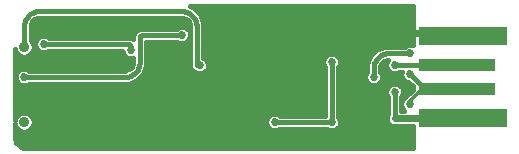
<source format=gbl>
G75*
%MOIN*%
%OFA0B0*%
%FSLAX24Y24*%
%IPPOS*%
%LPD*%
%AMOC8*
5,1,8,0,0,1.08239X$1,22.5*
%
%ADD10C,0.0350*%
%ADD11R,0.2953X0.0591*%
%ADD12R,0.2559X0.0394*%
%ADD13C,0.0160*%
%ADD14C,0.0270*%
%ADD15C,0.0240*%
%ADD16C,0.0120*%
D10*
X001130Y001680D03*
X001130Y004180D03*
D11*
X015759Y004558D03*
X015759Y001802D03*
D12*
X015562Y002786D03*
X015562Y003574D03*
D13*
X001180Y000820D02*
X001110Y000827D01*
X000980Y000881D01*
X000881Y000980D01*
X000827Y001110D01*
X000820Y001180D01*
X000820Y001605D01*
X000863Y001502D01*
X000952Y001413D01*
X001067Y001365D01*
X001193Y001365D01*
X001308Y001413D01*
X001397Y001502D01*
X001445Y001617D01*
X001445Y001743D01*
X001397Y001858D01*
X001308Y001947D01*
X001193Y001995D01*
X001067Y001995D01*
X000952Y001947D01*
X000863Y001858D01*
X000820Y001755D01*
X000820Y004105D01*
X000863Y004002D01*
X000952Y003913D01*
X001067Y003865D01*
X001193Y003865D01*
X001308Y003913D01*
X001397Y004002D01*
X001445Y004117D01*
X001445Y004243D01*
X001397Y004358D01*
X001350Y004405D01*
X001350Y004880D01*
X001355Y004935D01*
X001355Y004935D01*
X001397Y005036D01*
X001474Y005113D01*
X001575Y005155D01*
X001630Y005160D01*
X006380Y005160D01*
X006435Y005155D01*
X006536Y005113D01*
X006613Y005036D01*
X006655Y004935D01*
X006660Y004880D01*
X006660Y003489D01*
X006789Y003360D01*
X006811Y003360D01*
X006824Y003347D01*
X006925Y003305D01*
X007035Y003305D01*
X007136Y003347D01*
X007213Y003424D01*
X007255Y003525D01*
X007255Y003635D01*
X007213Y003736D01*
X007136Y003813D01*
X007100Y003828D01*
X007100Y005023D01*
X006990Y005288D01*
X006788Y005490D01*
X006788Y005490D01*
X006668Y005540D01*
X014080Y005540D01*
X014080Y004236D01*
X014035Y004255D01*
X013925Y004255D01*
X013824Y004213D01*
X013811Y004200D01*
X013137Y004200D01*
X012872Y004090D01*
X012670Y003888D01*
X012670Y003888D01*
X012560Y003623D01*
X012560Y003349D01*
X012547Y003336D01*
X012505Y003235D01*
X012505Y003125D01*
X012547Y003024D01*
X012624Y002947D01*
X012725Y002905D01*
X012835Y002905D01*
X012936Y002947D01*
X013013Y003024D01*
X013055Y003125D01*
X013055Y003235D01*
X013013Y003336D01*
X013000Y003349D01*
X013000Y003480D01*
X013005Y003535D01*
X013047Y003636D01*
X013124Y003713D01*
X013225Y003755D01*
X013270Y003759D01*
X013247Y003736D01*
X013205Y003635D01*
X013205Y003525D01*
X013247Y003424D01*
X013324Y003347D01*
X013425Y003305D01*
X013535Y003305D01*
X013636Y003347D01*
X013648Y003359D01*
X013715Y003359D01*
X013705Y003335D01*
X013705Y003225D01*
X013747Y003124D01*
X013824Y003047D01*
X013925Y003005D01*
X013944Y003005D01*
X014080Y002869D01*
X014080Y002763D01*
X013835Y002517D01*
X013824Y002513D01*
X013747Y002436D01*
X013705Y002335D01*
X013705Y002225D01*
X013747Y002124D01*
X013809Y002062D01*
X013700Y002062D01*
X013700Y002511D01*
X013713Y002524D01*
X013755Y002625D01*
X013755Y002735D01*
X013713Y002836D01*
X013636Y002913D01*
X013535Y002955D01*
X013425Y002955D01*
X013324Y002913D01*
X013247Y002836D01*
X013205Y002735D01*
X013205Y002625D01*
X013247Y002524D01*
X013260Y002511D01*
X013260Y001950D01*
X013260Y001949D01*
X013220Y001854D01*
X013220Y001750D01*
X013260Y001655D01*
X013333Y001582D01*
X013428Y001542D01*
X014080Y001542D01*
X014080Y000820D01*
X001180Y000820D01*
X001082Y000839D02*
X014080Y000839D01*
X014080Y000997D02*
X000874Y000997D01*
X000822Y001156D02*
X014080Y001156D01*
X014080Y001314D02*
X000820Y001314D01*
X000820Y001473D02*
X000892Y001473D01*
X001368Y001473D02*
X009299Y001473D01*
X009324Y001447D02*
X009247Y001524D01*
X009205Y001625D01*
X009205Y001735D01*
X009247Y001836D01*
X009324Y001913D01*
X009425Y001955D01*
X009535Y001955D01*
X009636Y001913D01*
X009649Y001900D01*
X011160Y001900D01*
X011160Y003511D01*
X011147Y003524D01*
X011105Y003625D01*
X011105Y003735D01*
X011147Y003836D01*
X011224Y003913D01*
X011325Y003955D01*
X011435Y003955D01*
X011536Y003913D01*
X011613Y003836D01*
X011655Y003735D01*
X011655Y003625D01*
X011613Y003524D01*
X011600Y003511D01*
X011600Y001849D01*
X011613Y001836D01*
X011655Y001735D01*
X011655Y001625D01*
X011613Y001524D01*
X011536Y001447D01*
X011435Y001405D01*
X011325Y001405D01*
X011224Y001447D01*
X011211Y001460D01*
X009649Y001460D01*
X009636Y001447D01*
X009535Y001405D01*
X009425Y001405D01*
X009324Y001447D01*
X009205Y001631D02*
X001445Y001631D01*
X001426Y001790D02*
X009228Y001790D01*
X009408Y001948D02*
X001306Y001948D01*
X000954Y001948D02*
X000820Y001948D01*
X000820Y001790D02*
X000834Y001790D01*
X000820Y002107D02*
X011160Y002107D01*
X011160Y002265D02*
X000820Y002265D01*
X000820Y002424D02*
X011160Y002424D01*
X011160Y002582D02*
X000820Y002582D01*
X000820Y002741D02*
X011160Y002741D01*
X011160Y002899D02*
X000820Y002899D01*
X000897Y003024D02*
X000974Y002947D01*
X001075Y002905D01*
X001185Y002905D01*
X001286Y002947D01*
X001299Y002960D01*
X004623Y002960D01*
X004888Y003070D01*
X005090Y003272D01*
X005200Y003537D01*
X005200Y004360D01*
X006211Y004360D01*
X006224Y004347D01*
X006325Y004305D01*
X006435Y004305D01*
X006536Y004347D01*
X006613Y004424D01*
X006655Y004525D01*
X006655Y004635D01*
X006613Y004736D01*
X006536Y004813D01*
X006435Y004855D01*
X006325Y004855D01*
X006224Y004813D01*
X006211Y004800D01*
X004989Y004800D01*
X004982Y004793D01*
X004846Y004714D01*
X004767Y004578D01*
X004760Y004571D01*
X004760Y004446D01*
X004678Y004493D01*
X004671Y004500D01*
X001949Y004500D01*
X001936Y004513D01*
X001835Y004555D01*
X001725Y004555D01*
X001624Y004513D01*
X001547Y004436D01*
X001505Y004335D01*
X001505Y004225D01*
X001547Y004124D01*
X001624Y004047D01*
X001725Y004005D01*
X001835Y004005D01*
X001936Y004047D01*
X001949Y004060D01*
X004405Y004060D01*
X004405Y004025D01*
X004447Y003924D01*
X004524Y003847D01*
X004625Y003805D01*
X004735Y003805D01*
X004760Y003815D01*
X004760Y003680D01*
X004755Y003625D01*
X004713Y003524D01*
X004636Y003447D01*
X004535Y003405D01*
X004480Y003400D01*
X001299Y003400D01*
X001286Y003413D01*
X001185Y003455D01*
X001075Y003455D01*
X000974Y003413D01*
X000897Y003336D01*
X000855Y003235D01*
X000855Y003125D01*
X000897Y003024D01*
X000883Y003058D02*
X000820Y003058D01*
X000820Y003216D02*
X000855Y003216D01*
X001130Y003180D02*
X004480Y003180D01*
X004859Y003058D02*
X011160Y003058D01*
X011160Y003216D02*
X005034Y003216D01*
X005090Y003272D02*
X005090Y003272D01*
X005133Y003375D02*
X006774Y003375D01*
X006660Y003533D02*
X005198Y003533D01*
X004980Y003680D02*
X004980Y004480D01*
X004982Y004497D01*
X004986Y004514D01*
X004993Y004530D01*
X005003Y004544D01*
X005016Y004557D01*
X005030Y004567D01*
X005046Y004574D01*
X005063Y004578D01*
X005080Y004580D01*
X006380Y004580D01*
X006638Y004484D02*
X006660Y004484D01*
X006660Y004326D02*
X006484Y004326D01*
X006276Y004326D02*
X005200Y004326D01*
X004760Y004484D02*
X004693Y004484D01*
X004804Y004643D02*
X001350Y004643D01*
X001350Y004801D02*
X006212Y004801D01*
X006380Y005380D02*
X006424Y005378D01*
X006467Y005372D01*
X006509Y005363D01*
X006551Y005350D01*
X006591Y005333D01*
X006630Y005313D01*
X006667Y005290D01*
X006701Y005263D01*
X006734Y005234D01*
X006763Y005201D01*
X006790Y005167D01*
X006813Y005130D01*
X006833Y005091D01*
X006850Y005051D01*
X006863Y005009D01*
X006872Y004967D01*
X006878Y004924D01*
X006880Y004880D01*
X006880Y003580D01*
X006980Y003580D01*
X007255Y003533D02*
X011143Y003533D01*
X011160Y003375D02*
X007163Y003375D01*
X007231Y003692D02*
X011105Y003692D01*
X011380Y003680D02*
X011380Y001680D01*
X009480Y001680D01*
X009552Y001948D02*
X011160Y001948D01*
X011600Y001948D02*
X013259Y001948D01*
X013220Y001790D02*
X011632Y001790D01*
X011655Y001631D02*
X013283Y001631D01*
X013480Y001802D02*
X013480Y002680D01*
X013207Y002741D02*
X011600Y002741D01*
X011600Y002899D02*
X013310Y002899D01*
X013650Y002899D02*
X014050Y002899D01*
X014058Y002741D02*
X013753Y002741D01*
X013737Y002582D02*
X013899Y002582D01*
X013742Y002424D02*
X013700Y002424D01*
X013260Y002424D02*
X011600Y002424D01*
X011600Y002582D02*
X013223Y002582D01*
X013260Y002265D02*
X011600Y002265D01*
X011600Y002107D02*
X013260Y002107D01*
X013700Y002107D02*
X013765Y002107D01*
X013705Y002265D02*
X013700Y002265D01*
X014380Y002680D02*
X014380Y002780D01*
X015562Y002786D01*
X014480Y002780D01*
X013980Y003280D01*
X013709Y003216D02*
X013055Y003216D01*
X013027Y003058D02*
X013814Y003058D01*
X013297Y003375D02*
X013000Y003375D01*
X012780Y003480D02*
X012782Y003524D01*
X012788Y003567D01*
X012797Y003609D01*
X012810Y003651D01*
X012827Y003691D01*
X012847Y003730D01*
X012870Y003767D01*
X012897Y003801D01*
X012926Y003834D01*
X012959Y003863D01*
X012993Y003890D01*
X013030Y003913D01*
X013069Y003933D01*
X013109Y003950D01*
X013151Y003963D01*
X013193Y003972D01*
X013236Y003978D01*
X013280Y003980D01*
X013980Y003980D01*
X013229Y003692D02*
X013103Y003692D01*
X013480Y003580D02*
X015562Y003574D01*
X014080Y004326D02*
X007100Y004326D01*
X007100Y004484D02*
X014080Y004484D01*
X014080Y004643D02*
X007100Y004643D01*
X007100Y004801D02*
X014080Y004801D01*
X014080Y004960D02*
X007100Y004960D01*
X006644Y004960D02*
X001366Y004960D01*
X001130Y004880D02*
X001130Y004180D01*
X001445Y004167D02*
X001529Y004167D01*
X001400Y004009D02*
X001717Y004009D01*
X001843Y004009D02*
X004412Y004009D01*
X004680Y004080D02*
X004680Y004180D01*
X004678Y004197D01*
X004674Y004214D01*
X004667Y004230D01*
X004657Y004244D01*
X004644Y004257D01*
X004630Y004267D01*
X004614Y004274D01*
X004597Y004278D01*
X004580Y004280D01*
X001780Y004280D01*
X001758Y004280D01*
X001505Y004326D02*
X001411Y004326D01*
X001350Y004484D02*
X001595Y004484D01*
X001130Y004880D02*
X001132Y004924D01*
X001138Y004967D01*
X001147Y005009D01*
X001160Y005051D01*
X001177Y005091D01*
X001197Y005130D01*
X001220Y005167D01*
X001247Y005201D01*
X001276Y005234D01*
X001309Y005263D01*
X001343Y005290D01*
X001380Y005313D01*
X001419Y005333D01*
X001459Y005350D01*
X001501Y005363D01*
X001543Y005372D01*
X001586Y005378D01*
X001630Y005380D01*
X006380Y005380D01*
X006843Y005435D02*
X014080Y005435D01*
X014080Y005277D02*
X006995Y005277D01*
X006990Y005288D02*
X006990Y005288D01*
X007061Y005118D02*
X014080Y005118D01*
X013480Y004680D02*
X015637Y004680D01*
X015759Y004558D01*
X013057Y004167D02*
X007100Y004167D01*
X007100Y004009D02*
X012790Y004009D01*
X012872Y004090D02*
X012872Y004090D01*
X012670Y003888D02*
X012670Y003888D01*
X012654Y003850D02*
X011599Y003850D01*
X011655Y003692D02*
X012588Y003692D01*
X012560Y003533D02*
X011617Y003533D01*
X011600Y003375D02*
X012560Y003375D01*
X012780Y003480D02*
X012780Y003180D01*
X012505Y003216D02*
X011600Y003216D01*
X011600Y003058D02*
X012533Y003058D01*
X013005Y003533D02*
X013205Y003533D01*
X011161Y003850D02*
X007100Y003850D01*
X006660Y003850D02*
X005200Y003850D01*
X005200Y003692D02*
X006660Y003692D01*
X006660Y004009D02*
X005200Y004009D01*
X005200Y004167D02*
X006660Y004167D01*
X006652Y004643D02*
X006660Y004643D01*
X006660Y004801D02*
X006548Y004801D01*
X006523Y005118D02*
X001487Y005118D01*
X000860Y004009D02*
X000820Y004009D01*
X000820Y003850D02*
X004521Y003850D01*
X004760Y003692D02*
X000820Y003692D01*
X000820Y003533D02*
X004716Y003533D01*
X004980Y003680D02*
X004978Y003636D01*
X004972Y003593D01*
X004963Y003551D01*
X004950Y003509D01*
X004933Y003469D01*
X004913Y003430D01*
X004890Y003393D01*
X004863Y003359D01*
X004834Y003326D01*
X004801Y003297D01*
X004767Y003270D01*
X004730Y003247D01*
X004691Y003227D01*
X004651Y003210D01*
X004609Y003197D01*
X004567Y003188D01*
X004524Y003182D01*
X004480Y003180D01*
X004888Y003070D02*
X004888Y003070D01*
X001580Y002180D02*
X001580Y001280D01*
X006280Y001380D02*
X006580Y001080D01*
X007480Y000980D02*
X007480Y001380D01*
X007480Y000980D02*
X013680Y000980D01*
X013780Y001080D01*
X014080Y001473D02*
X011561Y001473D01*
X004846Y004714D02*
X004846Y004714D01*
X004846Y004714D01*
X000936Y003375D02*
X000820Y003375D01*
D14*
X001130Y003180D03*
X001580Y002180D03*
X001580Y001280D03*
X007480Y001380D03*
X009480Y001680D03*
X011380Y001680D03*
X013780Y001080D03*
X013980Y002280D03*
X013480Y002680D03*
X012780Y003180D03*
X013480Y003580D03*
X013980Y003280D03*
X013980Y003980D03*
X013480Y004680D03*
X011380Y003680D03*
X006980Y003580D03*
X004680Y004080D03*
X006380Y004580D03*
X001780Y004280D03*
D15*
X013480Y004680D02*
X015759Y004558D01*
X015759Y001802D02*
X013480Y001802D01*
D16*
X013980Y002280D02*
X013980Y002380D01*
X014380Y002780D01*
M02*

</source>
